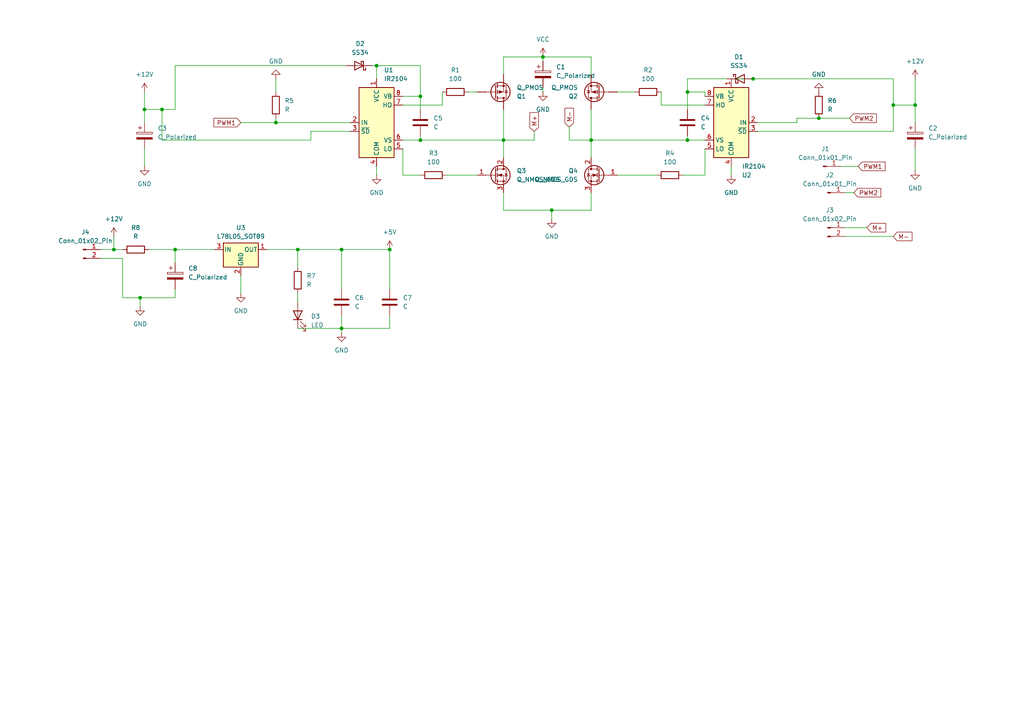
<source format=kicad_sch>
(kicad_sch (version 20250114) (generator "eeschema") (generator_version "9.0")
  (paper "A4")
  (lib_symbols
    (symbol "Connector:Conn_01x01_Pin" (pin_names (offset 1.016) (hide yes))
      (property "Reference" "J" (at 0 2.54 0))
      (property "Value" "Conn_01x01_Pin" (at 0 -2.54 0))
      (symbol "Conn_01x01_Pin_1_1"
        (rectangle (start 0.8636 0.127) (end 0 -0.127) (stroke (width 0.1524)) (fill (type outline)))
        (polyline (pts (xy 1.27 0) (xy 0.8636 0)) (stroke (width 0.1524)))
        (pin passive line (at 5.08 0 180) (length 3.81) (name "Pin_1") (number "1"))
      )
    )
    (symbol "Connector:Conn_01x02_Pin" (pin_names (offset 1.016) (hide yes))
      (property "Reference" "J" (at 0 2.54 0))
      (property "Value" "Conn_01x02_Pin" (at 0 -5.08 0))
      (symbol "Conn_01x02_Pin_1_1"
        (rectangle (start 0.8636 0.127) (end 0 -0.127) (stroke (width 0.1524)) (fill (type outline)))
        (rectangle (start 0.8636 -2.413) (end 0 -2.667) (stroke (width 0.1524)) (fill (type outline)))
        (polyline (pts (xy 1.27 0) (xy 0.8636 0)) (stroke (width 0.1524)))
        (polyline (pts (xy 1.27 -2.54) (xy 0.8636 -2.54)) (stroke (width 0.1524)))
        (pin passive line (at 5.08 0 180) (length 3.81) (name "Pin_1") (number "1"))
        (pin passive line (at 5.08 -2.54 180) (length 3.81) (name "Pin_2") (number "2"))
      )
    )
    (symbol "Device:C" (pin_numbers (hide yes)) (pin_names (offset 0.254))
      (property "Reference" "C" (at 0.635 2.54 0))
      (property "Value" "C" (at 0.635 -2.54 0))
      (symbol "C_0_1"
        (polyline (pts (xy -2.032 0.762) (xy 2.032 0.762)) (stroke (width 0.508)))
        (polyline (pts (xy -2.032 -0.762) (xy 2.032 -0.762)) (stroke (width 0.508)))
      )
      (symbol "C_1_1"
        (pin passive line (at 0 3.81 270) (length 2.794) (name "~") (number "1"))
        (pin passive line (at 0 -3.81 90) (length 2.794) (name "~") (number "2"))
      )
    )
    (symbol "Device:C_Polarized" (pin_numbers (hide yes)) (pin_names (offset 0.254))
      (property "Reference" "C" (at 0.635 2.54 0))
      (property "Value" "C_Polarized" (at 0.635 -2.54 0))
      (symbol "C_Polarized_0_1"
        (rectangle (start -2.286 0.508) (end 2.286 1.016))
        (polyline (pts (xy -1.778 2.286) (xy -0.762 2.286)))
        (polyline (pts (xy -1.27 2.794) (xy -1.27 1.778)))
        (rectangle (start 2.286 -0.508) (end -2.286 -1.016) (fill (type outline)))
      )
      (symbol "C_Polarized_1_1"
        (pin passive line (at 0 3.81 270) (length 2.794) (name "~") (number "1"))
        (pin passive line (at 0 -3.81 90) (length 2.794) (name "~") (number "2"))
      )
    )
    (symbol "Device:LED" (pin_numbers (hide yes)) (pin_names (offset 1.016) (hide yes))
      (property "Reference" "D" (at 0 2.54 0))
      (property "Value" "LED" (at 0 -2.54 0))
      (symbol "LED_0_1"
        (polyline (pts (xy -3.048 -0.762) (xy -4.572 -2.286) (xy -3.81 -2.286) (xy -4.572 -2.286) (xy -4.572 -1.524)))
        (polyline (pts (xy -1.778 -0.762) (xy -3.302 -2.286) (xy -2.54 -2.286) (xy -3.302 -2.286) (xy -3.302 -1.524)))
        (polyline (pts (xy -1.27 0) (xy 1.27 0)))
        (polyline (pts (xy -1.27 -1.27) (xy -1.27 1.27)) (stroke (width 0.254)))
        (polyline (pts (xy 1.27 -1.27) (xy 1.27 1.27) (xy -1.27 0) (xy 1.27 -1.27)) (stroke (width 0.254)))
      )
      (symbol "LED_1_1"
        (pin passive line (at -3.81 0 0) (length 2.54) (name "K") (number "1"))
        (pin passive line (at 3.81 0 180) (length 2.54) (name "A") (number "2"))
      )
    )
    (symbol "Device:Q_PMOS" (pin_numbers (hide yes)) (pin_names (offset 0) (hide yes))
      (property "Reference" "Q" (at 5.08 1.27 0))
      (property "Value" "Q_PMOS" (at 5.08 -1.27 0))
      (symbol "Q_PMOS_0_1"
        (polyline (pts (xy 0.254 1.905) (xy 0.254 -1.905)) (stroke (width 0.254)))
        (polyline (pts (xy 0.254 0) (xy -2.54 0)))
        (polyline (pts (xy 0.762 2.286) (xy 0.762 1.27)) (stroke (width 0.254)))
        (polyline (pts (xy 0.762 1.778) (xy 3.302 1.778) (xy 3.302 -1.778) (xy 0.762 -1.778)))
        (polyline (pts (xy 0.762 0.508) (xy 0.762 -0.508)) (stroke (width 0.254)))
        (polyline (pts (xy 0.762 -1.27) (xy 0.762 -2.286)) (stroke (width 0.254)))
        (circle (center 1.651 0) (radius 2.794) (stroke (width 0.254)))
        (polyline (pts (xy 2.286 0) (xy 1.27 0.381) (xy 1.27 -0.381) (xy 2.286 0)) (fill (type outline)))
        (polyline (pts (xy 2.54 2.54) (xy 2.54 1.778)))
        (circle (center 2.54 1.778) (radius 0.254) (fill (type outline)))
        (circle (center 2.54 -1.778) (radius 0.254) (fill (type outline)))
        (polyline (pts (xy 2.54 -2.54) (xy 2.54 0) (xy 0.762 0)))
        (polyline (pts (xy 2.921 -0.381) (xy 3.683 -0.381)))
        (polyline (pts (xy 3.302 -0.381) (xy 2.921 0.254) (xy 3.683 0.254) (xy 3.302 -0.381)))
      )
      (symbol "Q_PMOS_1_1"
        (pin input line (at -5.08 0 0) (length 2.54) (name "G") (number "G"))
        (pin passive line (at 2.54 5.08 270) (length 2.54) (name "D") (number "D"))
        (pin passive line (at 2.54 -5.08 90) (length 2.54) (name "S") (number "S"))
      )
    )
    (symbol "Device:R" (pin_numbers (hide yes)) (pin_names (offset 0))
      (property "Reference" "R" (at 2.032 0 90))
      (property "Value" "R" (at 0 0 90))
      (symbol "R_0_1"
        (rectangle (start -1.016 -2.54) (end 1.016 2.54) (stroke (width 0.254)))
      )
      (symbol "R_1_1"
        (pin passive line (at 0 3.81 270) (length 1.27) (name "~") (number "1"))
        (pin passive line (at 0 -3.81 90) (length 1.27) (name "~") (number "2"))
      )
    )
    (symbol "Diode:SS34" (pin_numbers (hide yes)) (pin_names (offset 1.016) (hide yes))
      (property "Reference" "D" (at 0 2.54 0))
      (property "Value" "SS34" (at 0 -2.54 0))
      (symbol "SS34_0_1"
        (polyline (pts (xy -1.905 0.635) (xy -1.905 1.27) (xy -1.27 1.27) (xy -1.27 -1.27) (xy -0.635 -1.27) (xy -0.635 -0.635)) (stroke (width 0.254)))
        (polyline (pts (xy 1.27 1.27) (xy 1.27 -1.27) (xy -1.27 0) (xy 1.27 1.27)) (stroke (width 0.254)))
        (polyline (pts (xy 1.27 0) (xy -1.27 0)))
      )
      (symbol "SS34_1_1"
        (pin passive line (at -3.81 0 0) (length 2.54) (name "K") (number "1"))
        (pin passive line (at 3.81 0 180) (length 2.54) (name "A") (number "2"))
      )
    )
    (symbol "Driver_FET:IR2104"
      (property "Reference" "U" (at 1.27 13.335 0))
      (property "Value" "IR2104" (at 1.27 11.43 0))
      (symbol "IR2104_0_1"
        (rectangle (start -5.08 -10.16) (end 5.08 10.16) (stroke (width 0.254)) (fill (type background)))
      )
      (symbol "IR2104_1_1"
        (pin input line (at -7.62 0 0) (length 2.54) (name "IN") (number "2"))
        (pin input line (at -7.62 -2.54 0) (length 2.54) (name "~{SD}") (number "3"))
        (pin power_in line (at 0 12.7 270) (length 2.54) (name "VCC") (number "1"))
        (pin power_in line (at 0 -12.7 90) (length 2.54) (name "COM") (number "4"))
        (pin passive line (at 7.62 7.62 180) (length 2.54) (name "VB") (number "8"))
        (pin output line (at 7.62 5.08 180) (length 2.54) (name "HO") (number "7"))
        (pin passive line (at 7.62 -5.08 180) (length 2.54) (name "VS") (number "6"))
        (pin output line (at 7.62 -7.62 180) (length 2.54) (name "LO") (number "5"))
      )
    )
    (symbol "Regulator_Linear:L78L05_SOT89" (pin_names (offset 0.254))
      (property "Reference" "U" (at -3.81 3.175 0))
      (property "Value" "L78L05_SOT89" (at -0.635 3.175 0))
      (symbol "L78L05_SOT89_0_1"
        (rectangle (start -5.08 1.905) (end 5.08 -5.08) (stroke (width 0.254)) (fill (type background)))
      )
      (symbol "L78L05_SOT89_1_1"
        (pin power_in line (at -7.62 0 0) (length 2.54) (name "IN") (number "3"))
        (pin power_in line (at 0 -7.62 90) (length 2.54) (name "GND") (number "2"))
        (pin power_out line (at 7.62 0 180) (length 2.54) (name "OUT") (number "1"))
      )
    )
    (symbol "Transistor_FET:Q_NMOS_GDS" (pin_names (offset 0) (hide yes))
      (property "Reference" "Q" (at 5.08 1.905 0))
      (property "Value" "Q_NMOS_GDS" (at 5.08 0 0))
      (symbol "Q_NMOS_GDS_0_1"
        (polyline (pts (xy 0.254 1.905) (xy 0.254 -1.905)) (stroke (width 0.254)))
        (polyline (pts (xy 0.254 0) (xy -2.54 0)))
        (polyline (pts (xy 0.762 2.286) (xy 0.762 1.27)) (stroke (width 0.254)))
        (polyline (pts (xy 0.762 0.508) (xy 0.762 -0.508)) (stroke (width 0.254)))
        (polyline (pts (xy 0.762 -1.27) (xy 0.762 -2.286)) (stroke (width 0.254)))
        (polyline (pts (xy 0.762 -1.778) (xy 3.302 -1.778) (xy 3.302 1.778) (xy 0.762 1.778)))
        (polyline (pts (xy 1.016 0) (xy 2.032 0.381) (xy 2.032 -0.381) (xy 1.016 0)) (fill (type outline)))
        (circle (center 1.651 0) (radius 2.794) (stroke (width 0.254)))
        (polyline (pts (xy 2.54 2.54) (xy 2.54 1.778)))
        (circle (center 2.54 1.778) (radius 0.254) (fill (type outline)))
        (circle (center 2.54 -1.778) (radius 0.254) (fill (type outline)))
        (polyline (pts (xy 2.54 -2.54) (xy 2.54 0) (xy 0.762 0)))
        (polyline (pts (xy 2.921 0.381) (xy 3.683 0.381)))
        (polyline (pts (xy 3.302 0.381) (xy 2.921 -0.254) (xy 3.683 -0.254) (xy 3.302 0.381)))
      )
      (symbol "Q_NMOS_GDS_1_1"
        (pin input line (at -5.08 0 0) (length 2.54) (name "G") (number "1"))
        (pin passive line (at 2.54 5.08 270) (length 2.54) (name "D") (number "2"))
        (pin passive line (at 2.54 -5.08 90) (length 2.54) (name "S") (number "3"))
      )
    )
    (symbol "power:+12V" (power) (pin_numbers (hide yes)) (pin_names (offset 0) (hide yes))
      (property "Value" "+12V" (at 0 3.556 0))
      (symbol "+12V_0_1"
        (polyline (pts (xy -0.762 1.27) (xy 0 2.54)))
        (polyline (pts (xy 0 2.54) (xy 0.762 1.27)))
        (polyline (pts (xy 0 0) (xy 0 2.54)))
      )
      (symbol "+12V_1_1"
        (pin power_in line (at 0 0 90) (length 0) (name "~") (number "1"))
      )
    )
    (symbol "power:+5V" (power) (pin_numbers (hide yes)) (pin_names (offset 0) (hide yes))
      (property "Value" "+5V" (at 0 3.556 0))
      (symbol "+5V_0_1"
        (polyline (pts (xy -0.762 1.27) (xy 0 2.54)))
        (polyline (pts (xy 0 2.54) (xy 0.762 1.27)))
        (polyline (pts (xy 0 0) (xy 0 2.54)))
      )
      (symbol "+5V_1_1"
        (pin power_in line (at 0 0 90) (length 0) (name "~") (number "1"))
      )
    )
    (symbol "power:GND" (power) (pin_numbers (hide yes)) (pin_names (offset 0) (hide yes))
      (property "Value" "GND" (at 0 -3.81 0))
      (symbol "GND_0_1"
        (polyline (pts (xy 0 0) (xy 0 -1.27) (xy 1.27 -1.27) (xy 0 -2.54) (xy -1.27 -1.27) (xy 0 -1.27)))
      )
      (symbol "GND_1_1"
        (pin power_in line (at 0 0 270) (length 0) (name "~") (number "1"))
      )
    )
    (symbol "power:VCC" (power) (pin_numbers (hide yes)) (pin_names (offset 0) (hide yes))
      (property "Value" "VCC" (at 0 3.556 0))
      (symbol "VCC_0_1"
        (polyline (pts (xy -0.762 1.27) (xy 0 2.54)))
        (polyline (pts (xy 0 2.54) (xy 0.762 1.27)))
        (polyline (pts (xy 0 0) (xy 0 2.54)))
      )
      (symbol "VCC_1_1"
        (pin power_in line (at 0 0 90) (length 0) (name "~") (number "1"))
      )
    )
  )
  (junction (at 33.02 72.39))
  (junction (at 41.91 31.75))
  (junction (at 121.92 27.94))
  (junction (at 265.43 30.48))
  (junction (at 218.44 22.86))
  (junction (at 40.64 86.36))
  (junction (at 259.08 30.48))
  (junction (at 99.06 72.39))
  (junction (at 86.36 72.39))
  (junction (at 113.03 72.39))
  (junction (at 160.02 60.96))
  (junction (at 50.8 72.39))
  (junction (at 46.99 31.75))
  (junction (at 157.48 16.51))
  (junction (at 121.92 40.64))
  (junction (at 146.05 40.64))
  (junction (at 109.22 19.05))
  (junction (at 99.06 95.25))
  (junction (at 171.45 40.64))
  (junction (at 80.01 35.56))
  (junction (at 237.49 34.29))
  (junction (at 199.39 40.64))
  (junction (at 199.39 26.67))
  (wire (pts (xy 219.71 35.56) (xy 231.14 35.56)))
  (wire (pts (xy 109.22 48.26) (xy 109.22 50.8)))
  (wire (pts (xy 69.85 80.01) (xy 69.85 85.09)))
  (wire (pts (xy 154.94 40.64) (xy 154.94 38.1)))
  (wire (pts (xy 86.36 72.39) (xy 86.36 77.47)))
  (wire (pts (xy 265.43 43.18) (xy 265.43 49.53)))
  (wire (pts (xy 160.02 60.96) (xy 160.02 63.5)))
  (wire (pts (xy 259.08 22.86) (xy 259.08 30.48)))
  (wire (pts (xy 199.39 22.86) (xy 199.39 26.67)))
  (wire (pts (xy 128.27 26.67) (xy 128.27 30.48)))
  (wire (pts (xy 218.44 22.86) (xy 259.08 22.86)))
  (wire (pts (xy 41.91 31.75) (xy 46.99 31.75)))
  (wire (pts (xy 41.91 26.67) (xy 41.91 31.75)))
  (wire (pts (xy 165.1 40.64) (xy 171.45 40.64)))
  (wire (pts (xy 41.91 43.18) (xy 41.91 48.26)))
  (wire (pts (xy 99.06 72.39) (xy 113.03 72.39)))
  (wire (pts (xy 116.84 50.8) (xy 121.92 50.8)))
  (wire (pts (xy 204.47 50.8) (xy 204.47 43.18)))
  (wire (pts (xy 191.77 26.67) (xy 191.77 30.48)))
  (wire (pts (xy 171.45 60.96) (xy 171.45 55.88)))
  (wire (pts (xy 86.36 85.09) (xy 86.36 87.63)))
  (wire (pts (xy 121.92 27.94) (xy 121.92 31.75)))
  (wire (pts (xy 33.02 68.58) (xy 33.02 72.39)))
  (wire (pts (xy 116.84 43.18) (xy 116.84 50.8)))
  (wire (pts (xy 99.06 91.44) (xy 99.06 95.25)))
  (wire (pts (xy 146.05 45.72) (xy 146.05 40.64)))
  (wire (pts (xy 259.08 38.1) (xy 259.08 30.48)))
  (wire (pts (xy 29.21 74.93) (xy 35.56 74.93)))
  (wire (pts (xy 109.22 19.05) (xy 121.92 19.05)))
  (wire (pts (xy 219.71 38.1) (xy 259.08 38.1)))
  (wire (pts (xy 113.03 72.39) (xy 113.03 83.82)))
  (wire (pts (xy 204.47 26.67) (xy 204.47 27.94)))
  (wire (pts (xy 107.95 19.05) (xy 109.22 19.05)))
  (wire (pts (xy 199.39 26.67) (xy 199.39 31.75)))
  (wire (pts (xy 198.12 50.8) (xy 204.47 50.8)))
  (wire (pts (xy 113.03 95.25) (xy 113.03 91.44)))
  (wire (pts (xy 231.14 35.56) (xy 231.14 34.29)))
  (wire (pts (xy 43.18 72.39) (xy 50.8 72.39)))
  (wire (pts (xy 199.39 40.64) (xy 204.47 40.64)))
  (wire (pts (xy 50.8 72.39) (xy 50.8 76.2)))
  (wire (pts (xy 86.36 72.39) (xy 99.06 72.39)))
  (wire (pts (xy 171.45 31.75) (xy 171.45 40.64)))
  (wire (pts (xy 109.22 19.05) (xy 109.22 22.86)))
  (wire (pts (xy 41.91 31.75) (xy 41.91 35.56)))
  (wire (pts (xy 259.08 30.48) (xy 265.43 30.48)))
  (wire (pts (xy 157.48 16.51) (xy 157.48 17.78)))
  (wire (pts (xy 121.92 39.37) (xy 121.92 40.64)))
  (wire (pts (xy 146.05 60.96) (xy 160.02 60.96)))
  (wire (pts (xy 154.94 40.64) (xy 146.05 40.64)))
  (wire (pts (xy 157.48 16.51) (xy 171.45 16.51)))
  (wire (pts (xy 265.43 30.48) (xy 265.43 35.56)))
  (wire (pts (xy 86.36 95.25) (xy 99.06 95.25)))
  (wire (pts (xy 69.85 35.56) (xy 80.01 35.56)))
  (wire (pts (xy 265.43 22.86) (xy 265.43 30.48)))
  (wire (pts (xy 90.17 40.64) (xy 46.99 40.64)))
  (wire (pts (xy 245.11 68.58) (xy 259.08 68.58)))
  (wire (pts (xy 171.45 40.64) (xy 199.39 40.64)))
  (wire (pts (xy 35.56 74.93) (xy 35.56 86.36)))
  (wire (pts (xy 129.54 50.8) (xy 138.43 50.8)))
  (wire (pts (xy 40.64 86.36) (xy 40.64 88.9)))
  (wire (pts (xy 80.01 22.86) (xy 80.01 26.67)))
  (wire (pts (xy 90.17 38.1) (xy 101.6 38.1)))
  (wire (pts (xy 90.17 38.1) (xy 90.17 40.64)))
  (wire (pts (xy 77.47 72.39) (xy 86.36 72.39)))
  (wire (pts (xy 157.48 25.4) (xy 157.48 26.67)))
  (wire (pts (xy 80.01 35.56) (xy 101.6 35.56)))
  (wire (pts (xy 46.99 40.64) (xy 46.99 31.75)))
  (wire (pts (xy 212.09 48.26) (xy 212.09 50.8)))
  (wire (pts (xy 165.1 36.83) (xy 165.1 40.64)))
  (wire (pts (xy 40.64 86.36) (xy 50.8 86.36)))
  (wire (pts (xy 171.45 16.51) (xy 171.45 21.59)))
  (wire (pts (xy 179.07 26.67) (xy 184.15 26.67)))
  (wire (pts (xy 171.45 45.72) (xy 171.45 40.64)))
  (wire (pts (xy 50.8 72.39) (xy 62.23 72.39)))
  (wire (pts (xy 231.14 34.29) (xy 237.49 34.29)))
  (wire (pts (xy 146.05 16.51) (xy 157.48 16.51)))
  (wire (pts (xy 243.84 48.26) (xy 248.92 48.26)))
  (wire (pts (xy 146.05 55.88) (xy 146.05 60.96)))
  (wire (pts (xy 116.84 27.94) (xy 121.92 27.94)))
  (wire (pts (xy 128.27 30.48) (xy 116.84 30.48)))
  (wire (pts (xy 99.06 72.39) (xy 99.06 83.82)))
  (wire (pts (xy 212.09 22.86) (xy 218.44 22.86)))
  (wire (pts (xy 146.05 31.75) (xy 146.05 40.64)))
  (wire (pts (xy 135.89 26.67) (xy 138.43 26.67)))
  (wire (pts (xy 179.07 50.8) (xy 190.5 50.8)))
  (wire (pts (xy 121.92 19.05) (xy 121.92 27.94)))
  (wire (pts (xy 33.02 72.39) (xy 35.56 72.39)))
  (wire (pts (xy 29.21 72.39) (xy 33.02 72.39)))
  (wire (pts (xy 99.06 95.25) (xy 99.06 96.52)))
  (wire (pts (xy 46.99 31.75) (xy 50.8 31.75)))
  (wire (pts (xy 237.49 34.29) (xy 246.38 34.29)))
  (wire (pts (xy 35.56 86.36) (xy 40.64 86.36)))
  (wire (pts (xy 50.8 19.05) (xy 50.8 31.75)))
  (wire (pts (xy 204.47 26.67) (xy 199.39 26.67)))
  (wire (pts (xy 191.77 30.48) (xy 204.47 30.48)))
  (wire (pts (xy 80.01 34.29) (xy 80.01 35.56)))
  (wire (pts (xy 146.05 16.51) (xy 146.05 21.59)))
  (wire (pts (xy 160.02 60.96) (xy 171.45 60.96)))
  (wire (pts (xy 50.8 19.05) (xy 100.33 19.05)))
  (wire (pts (xy 245.11 55.88) (xy 247.65 55.88)))
  (wire (pts (xy 245.11 66.04) (xy 251.46 66.04)))
  (wire (pts (xy 199.39 39.37) (xy 199.39 40.64)))
  (wire (pts (xy 99.06 95.25) (xy 113.03 95.25)))
  (wire (pts (xy 210.82 22.86) (xy 199.39 22.86)))
  (wire (pts (xy 50.8 86.36) (xy 50.8 83.82)))
  (wire (pts (xy 116.84 40.64) (xy 121.92 40.64)))
  (wire (pts (xy 121.92 40.64) (xy 146.05 40.64)))
  (global_label "PWM1" (shape input) (at 69.85 35.56 180) (property "Intersheetrefs" "${INTERSHEET_REFS}" (effects (hide yes))))
  (global_label "M-" (shape input) (at 259.08 68.58 0) (property "Intersheetrefs" "${INTERSHEET_REFS}" (effects (hide yes))))
  (global_label "PWM1" (shape input) (at 248.92 48.26 0) (property "Intersheetrefs" "${INTERSHEET_REFS}" (effects (hide yes))))
  (global_label "M-" (shape input) (at 165.1 36.83 90) (property "Intersheetrefs" "${INTERSHEET_REFS}" (effects (hide yes))))
  (global_label "PWM2" (shape input) (at 247.65 55.88 0) (property "Intersheetrefs" "${INTERSHEET_REFS}" (effects (hide yes))))
  (global_label "PWM2" (shape input) (at 246.38 34.29 0) (property "Intersheetrefs" "${INTERSHEET_REFS}" (effects (hide yes))))
  (global_label "M+" (shape input) (at 154.94 38.1 90) (property "Intersheetrefs" "${INTERSHEET_REFS}" (effects (hide yes))))
  (global_label "M+" (shape input) (at 251.46 66.04 0) (property "Intersheetrefs" "${INTERSHEET_REFS}" (effects (hide yes))))
  (symbol (lib_id "Device:LED") (at 86.36 91.44 90) (unit 1)
    (property "Reference" "D3" (at 90.17 91.7574 90) (effects (justify right)))
    (property "Value" "LED" (at 90.17 94.2974 90) (effects (justify right)))
    (property "Description" "Light emitting diode" (effects (hide yes)))
    (property "Sim.Pins" "1=K 2=A" (effects (hide yes)))
  )
  (symbol (lib_id "power:GND") (at 157.48 26.67 0) (unit 1)
    (property "Reference" "#PWR01" (effects (hide yes)))
    (property "Value" "GND" (at 157.48 31.75 0))
    (property "Description" "Power symbol creates a global label with name \"GND\" , ground" (effects (hide yes)))
  )
  (symbol (lib_id "power:GND") (at 160.02 63.5 0) (unit 1)
    (property "Reference" "#PWR02" (effects (hide yes)))
    (property "Value" "GND" (at 160.02 68.58 0))
    (property "Description" "Power symbol creates a global label with name \"GND\" , ground" (effects (hide yes)))
  )
  (symbol (lib_id "power:+12V") (at 33.02 68.58 0) (unit 1)
    (property "Reference" "#PWR015" (effects (hide yes)))
    (property "Value" "+12V" (at 33.02 63.5 0))
    (property "Description" "Power symbol creates a global label with name \"+12V\"" (effects (hide yes)))
  )
  (symbol (lib_id "Connector:Conn_01x02_Pin") (at 240.03 66.04 0) (unit 1)
    (property "Reference" "J3" (at 240.665 60.96 0))
    (property "Value" "Conn_01x02_Pin" (at 240.665 63.5 0))
    (property "Description" "Generic connector, single row, 01x02, script generated" (effects (hide yes)))
  )
  (symbol (lib_id "power:GND") (at 237.49 26.67 180) (unit 1)
    (property "Reference" "#PWR08" (effects (hide yes)))
    (property "Value" "GND" (at 237.49 21.59 0))
    (property "Description" "Power symbol creates a global label with name \"GND\" , ground" (effects (hide yes)))
  )
  (symbol (lib_id "power:GND") (at 40.64 88.9 0) (unit 1)
    (property "Reference" "#PWR016" (effects (hide yes)))
    (property "Value" "GND" (at 40.64 93.98 0))
    (property "Description" "Power symbol creates a global label with name \"GND\" , ground" (effects (hide yes)))
  )
  (symbol (lib_id "Device:C_Polarized") (at 265.43 39.37 0) (unit 1)
    (property "Reference" "C2" (at 269.24 37.2109 0) (effects (justify left)))
    (property "Value" "C_Polarized" (at 269.24 39.7509 0) (effects (justify left)))
    (property "Description" "Polarized capacitor" (effects (hide yes)))
  )
  (symbol (lib_id "Device:R") (at 194.31 50.8 90) (unit 1)
    (property "Reference" "R4" (at 194.31 44.45 90))
    (property "Value" "100" (at 194.31 46.99 90))
    (property "Description" "Resistor" (effects (hide yes)))
  )
  (symbol (lib_id "Device:C") (at 113.03 87.63 0) (unit 1)
    (property "Reference" "C7" (at 116.84 86.3599 0) (effects (justify left)))
    (property "Value" "C" (at 116.84 88.8999 0) (effects (justify left)))
    (property "Description" "Unpolarized capacitor" (effects (hide yes)))
  )
  (symbol (lib_id "Device:C") (at 121.92 35.56 0) (unit 1)
    (property "Reference" "C5" (at 125.73 34.2899 0) (effects (justify left)))
    (property "Value" "C" (at 125.73 36.8299 0) (effects (justify left)))
    (property "Description" "Unpolarized capacitor" (effects (hide yes)))
  )
  (symbol (lib_id "Device:R") (at 132.08 26.67 90) (unit 1)
    (property "Reference" "R1" (at 132.08 20.32 90))
    (property "Value" "100" (at 132.08 22.86 90))
    (property "Description" "Resistor" (effects (hide yes)))
  )
  (symbol (lib_id "Diode:SS34") (at 214.63 22.86 0) (unit 1)
    (property "Reference" "D1" (at 214.3125 16.51 0))
    (property "Value" "SS34" (at 214.3125 19.05 0))
    (property "Footprint" "Diode_SMD:D_SMA" (effects (hide yes)))
    (property "Datasheet" "https://www.vishay.com/docs/88751/ss32.pdf" (effects (hide yes)))
    (property "Description" "40V 3A Schottky Diode, SMA" (effects (hide yes)))
  )
  (symbol (lib_id "power:GND") (at 41.91 48.26 0) (unit 1)
    (property "Reference" "#PWR04" (effects (hide yes)))
    (property "Value" "GND" (at 41.91 53.34 0))
    (property "Description" "Power symbol creates a global label with name \"GND\" , ground" (effects (hide yes)))
  )
  (symbol (lib_id "Device:R") (at 187.96 26.67 90) (unit 1)
    (property "Reference" "R2" (at 187.96 20.32 90))
    (property "Value" "100" (at 187.96 22.86 90))
    (property "Description" "Resistor" (effects (hide yes)))
  )
  (symbol (lib_id "Device:R") (at 125.73 50.8 90) (unit 1)
    (property "Reference" "R3" (at 125.73 44.45 90))
    (property "Value" "100" (at 125.73 46.99 90))
    (property "Description" "Resistor" (effects (hide yes)))
  )
  (symbol (lib_id "Device:C") (at 99.06 87.63 0) (unit 1)
    (property "Reference" "C6" (at 102.87 86.3599 0) (effects (justify left)))
    (property "Value" "C" (at 102.87 88.8999 0) (effects (justify left)))
    (property "Description" "Unpolarized capacitor" (effects (hide yes)))
  )
  (symbol (lib_id "Transistor_FET:Q_NMOS_GDS") (at 143.51 50.8 0) (unit 1)
    (property "Reference" "Q3" (at 149.86 49.5299 0) (effects (justify left)))
    (property "Value" "Q_NMOS_GDS" (at 149.86 52.0699 0) (effects (justify left)))
    (property "Description" "N-MOSFET transistor, gate/drain/source" (effects (hide yes)))
  )
  (symbol (lib_id "power:GND") (at 69.85 85.09 0) (unit 1)
    (property "Reference" "#PWR011" (effects (hide yes)))
    (property "Value" "GND" (at 69.85 90.17 0))
    (property "Description" "Power symbol creates a global label with name \"GND\" , ground" (effects (hide yes)))
  )
  (symbol (lib_id "Device:Q_PMOS") (at 143.51 26.67 0) (mirror x) (unit 1)
    (property "Reference" "Q1" (at 149.86 27.9401 0) (effects (justify left)))
    (property "Value" "Q_PMOS" (at 149.86 25.4001 0) (effects (justify left)))
    (property "Description" "P-MOSFET transistor" (effects (hide yes)))
  )
  (symbol (lib_id "Transistor_FET:Q_NMOS_GDS") (at 173.99 50.8 0) (mirror y) (unit 1)
    (property "Reference" "Q4" (at 167.64 49.5299 0) (effects (justify left)))
    (property "Value" "Q_NMOS_GDS" (at 167.64 52.0699 0) (effects (justify left)))
    (property "Description" "N-MOSFET transistor, gate/drain/source" (effects (hide yes)))
  )
  (symbol (lib_id "Device:C") (at 199.39 35.56 0) (unit 1)
    (property "Reference" "C4" (at 203.2 34.2899 0) (effects (justify left)))
    (property "Value" "C" (at 203.2 36.8299 0) (effects (justify left)))
    (property "Description" "Unpolarized capacitor" (effects (hide yes)))
  )
  (symbol (lib_id "power:GND") (at 265.43 49.53 0) (unit 1)
    (property "Reference" "#PWR07" (effects (hide yes)))
    (property "Value" "GND" (at 265.43 54.61 0))
    (property "Description" "Power symbol creates a global label with name \"GND\" , ground" (effects (hide yes)))
  )
  (symbol (lib_id "Device:Q_PMOS") (at 173.99 26.67 180) (unit 1)
    (property "Reference" "Q2" (at 167.64 27.9401 0) (effects (justify left)))
    (property "Value" "Q_PMOS" (at 167.64 25.4001 0) (effects (justify left)))
    (property "Description" "P-MOSFET transistor" (effects (hide yes)))
  )
  (symbol (lib_id "power:GND") (at 212.09 50.8 0) (unit 1)
    (property "Reference" "#PWR06" (effects (hide yes)))
    (property "Value" "GND" (at 212.09 55.88 0))
    (property "Description" "Power symbol creates a global label with name \"GND\" , ground" (effects (hide yes)))
  )
  (symbol (lib_id "power:GND") (at 109.22 50.8 0) (unit 1)
    (property "Reference" "#PWR03" (effects (hide yes)))
    (property "Value" "GND" (at 109.22 55.88 0))
    (property "Description" "Power symbol creates a global label with name \"GND\" , ground" (effects (hide yes)))
  )
  (symbol (lib_id "Device:C_Polarized") (at 41.91 39.37 0) (unit 1)
    (property "Reference" "C3" (at 45.72 37.2109 0) (effects (justify left)))
    (property "Value" "C_Polarized" (at 45.72 39.7509 0) (effects (justify left)))
    (property "Description" "Polarized capacitor" (effects (hide yes)))
  )
  (symbol (lib_id "power:GND") (at 80.01 22.86 180) (unit 1)
    (property "Reference" "#PWR05" (effects (hide yes)))
    (property "Value" "GND" (at 80.01 17.78 0))
    (property "Description" "Power symbol creates a global label with name \"GND\" , ground" (effects (hide yes)))
  )
  (symbol (lib_id "Device:R") (at 80.01 30.48 0) (unit 1)
    (property "Reference" "R5" (at 82.55 29.2099 0) (effects (justify left)))
    (property "Value" "R" (at 82.55 31.7499 0) (effects (justify left)))
    (property "Description" "Resistor" (effects (hide yes)))
  )
  (symbol (lib_id "Connector:Conn_01x02_Pin") (at 24.13 72.39 0) (unit 1)
    (property "Reference" "J4" (at 24.765 67.31 0))
    (property "Value" "Conn_01x02_Pin" (at 24.765 69.85 0))
    (property "Description" "Generic connector, single row, 01x02, script generated" (effects (hide yes)))
  )
  (symbol (lib_id "Device:R") (at 86.36 81.28 0) (unit 1)
    (property "Reference" "R7" (at 88.9 80.0099 0) (effects (justify left)))
    (property "Value" "R" (at 88.9 82.5499 0) (effects (justify left)))
    (property "Description" "Resistor" (effects (hide yes)))
  )
  (symbol (lib_id "Connector:Conn_01x01_Pin") (at 238.76 48.26 0) (unit 1)
    (property "Reference" "J1" (at 239.395 43.18 0))
    (property "Value" "Conn_01x01_Pin" (at 239.395 45.72 0))
    (property "Description" "Generic connector, single row, 01x01, script generated" (effects (hide yes)))
  )
  (symbol (lib_id "Diode:SS34") (at 104.14 19.05 180) (unit 1)
    (property "Reference" "D2" (at 104.4575 12.7 0))
    (property "Value" "SS34" (at 104.4575 15.24 0))
    (property "Footprint" "Diode_SMD:D_SMA" (effects (hide yes)))
    (property "Datasheet" "https://www.vishay.com/docs/88751/ss32.pdf" (effects (hide yes)))
    (property "Description" "40V 3A Schottky Diode, SMA" (effects (hide yes)))
  )
  (symbol (lib_id "Device:R") (at 237.49 30.48 0) (unit 1)
    (property "Reference" "R6" (at 240.03 29.2099 0) (effects (justify left)))
    (property "Value" "R" (at 240.03 31.7499 0) (effects (justify left)))
    (property "Description" "Resistor" (effects (hide yes)))
  )
  (symbol (lib_id "power:+12V") (at 265.43 22.86 0) (unit 1)
    (property "Reference" "#PWR09" (effects (hide yes)))
    (property "Value" "+12V" (at 265.43 17.78 0))
    (property "Description" "Power symbol creates a global label with name \"+12V\"" (effects (hide yes)))
  )
  (symbol (lib_id "Regulator_Linear:L78L05_SOT89") (at 69.85 72.39 0) (unit 1)
    (property "Reference" "U3" (at 69.85 66.04 0))
    (property "Value" "L78L05_SOT89" (at 69.85 68.58 0))
    (property "Footprint" "Package_TO_SOT_SMD:SOT-89-3" (effects (hide yes)))
    (property "Datasheet" "http://www.st.com/content/ccc/resource/technical/document/datasheet/15/55/e5/aa/23/5b/43/fd/CD00000446.pdf/files/CD00000446.pdf/jcr:content/translations/en.CD00000446.pdf" (effects (hide yes)))
    (property "Description" "Positive 100mA 30V Linear Regulator, Fixed Output 5V, SOT-89" (effects (hide yes)))
  )
  (symbol (lib_id "power:VCC") (at 157.48 16.51 0) (unit 1)
    (property "Reference" "#PWR012" (effects (hide yes)))
    (property "Value" "VCC" (at 157.48 11.43 0))
    (property "Description" "Power symbol creates a global label with name \"VCC\"" (effects (hide yes)))
  )
  (symbol (lib_id "power:+12V") (at 41.91 26.67 0) (unit 1)
    (property "Reference" "#PWR010" (effects (hide yes)))
    (property "Value" "+12V" (at 41.91 21.59 0))
    (property "Description" "Power symbol creates a global label with name \"+12V\"" (effects (hide yes)))
  )
  (symbol (lib_id "Driver_FET:IR2104") (at 109.22 35.56 0) (unit 1)
    (property "Reference" "U1" (at 111.3633 20.32 0) (effects (justify left)))
    (property "Value" "IR2104" (at 111.3633 22.86 0) (effects (justify left)))
    (property "Datasheet" "https://www.infineon.com/dgdl/ir2104.pdf?fileId=5546d462533600a4015355c7c1c31671" (effects (hide yes)))
    (property "Description" "Half-Bridge Driver, 600V, 210/360mA, PDIP-8/SOIC-8" (effects (hide yes)))
  )
  (symbol (lib_id "Device:R") (at 39.37 72.39 90) (unit 1)
    (property "Reference" "R8" (at 39.37 66.04 90))
    (property "Value" "R" (at 39.37 68.58 90))
    (property "Description" "Resistor" (effects (hide yes)))
  )
  (symbol (lib_id "Device:C_Polarized") (at 157.48 21.59 0) (unit 1)
    (property "Reference" "C1" (at 161.29 19.4309 0) (effects (justify left)))
    (property "Value" "C_Polarized" (at 161.29 21.9709 0) (effects (justify left)))
    (property "Description" "Polarized capacitor" (effects (hide yes)))
  )
  (symbol (lib_id "Connector:Conn_01x01_Pin") (at 240.03 55.88 0) (unit 1)
    (property "Reference" "J2" (at 240.665 50.8 0))
    (property "Value" "Conn_01x01_Pin" (at 240.665 53.34 0))
    (property "Description" "Generic connector, single row, 01x01, script generated" (effects (hide yes)))
  )
  (symbol (lib_id "power:+5V") (at 113.03 72.39 0) (unit 1)
    (property "Reference" "#PWR014" (effects (hide yes)))
    (property "Value" "+5V" (at 113.03 67.31 0))
    (property "Description" "Power symbol creates a global label with name \"+5V\"" (effects (hide yes)))
  )
  (symbol (lib_id "Driver_FET:IR2104") (at 212.09 35.56 0) (mirror y) (unit 1)
    (property "Reference" "U2" (at 215.2081 50.8 0) (effects (justify right)))
    (property "Value" "IR2104" (at 215.2081 48.26 0) (effects (justify right)))
    (property "Datasheet" "https://www.infineon.com/dgdl/ir2104.pdf?fileId=5546d462533600a4015355c7c1c31671" (effects (hide yes)))
    (property "Description" "Half-Bridge Driver, 600V, 210/360mA, PDIP-8/SOIC-8" (effects (hide yes)))
  )
  (symbol (lib_id "Device:C_Polarized") (at 50.8 80.01 0) (unit 1)
    (property "Reference" "C8" (at 54.61 77.8509 0) (effects (justify left)))
    (property "Value" "C_Polarized" (at 54.61 80.3909 0) (effects (justify left)))
    (property "Description" "Polarized capacitor" (effects (hide yes)))
  )
  (symbol (lib_id "power:GND") (at 99.06 96.52 0) (unit 1)
    (property "Reference" "#PWR013" (effects (hide yes)))
    (property "Value" "GND" (at 99.06 101.6 0))
    (property "Description" "Power symbol creates a global label with name \"GND\" , ground" (effects (hide yes)))
  )
)
</source>
